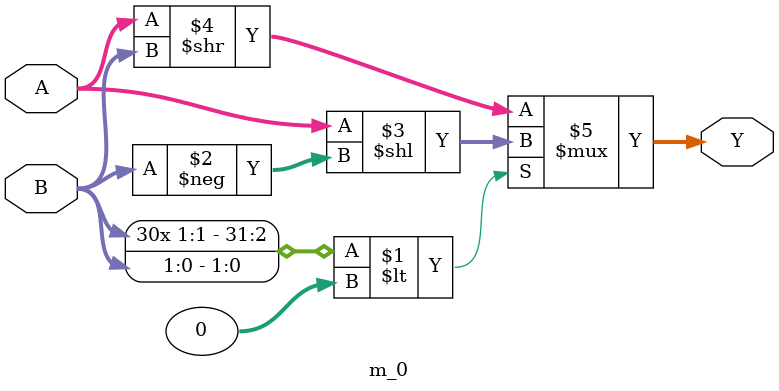
<source format=v>
/* Generated by Yosys 0.20 (git sha1 4fcb95ed087, clang  -fPIC -Os) */

(* src = "shift.v:1.1-29.10" *)
module m_0(A, B, Y);
  (* src = "shift.v:9.25-9.26" *)
  input [1:0] A;
  wire [1:0] A;
  (* src = "shift.v:10.25-10.26" *)
  input [1:0] B;
  wire [1:0] B;
  (* src = "shift.v:11.26-11.27" *)
  output [1:0] Y;
  wire [1:0] Y;
  assign Y = $signed(B) < 0 ? A << - B : A >> B;
endmodule

</source>
